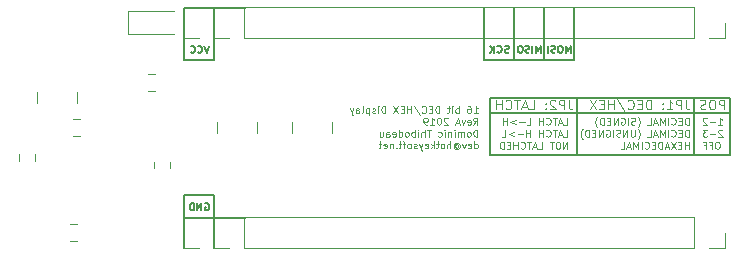
<source format=gbr>
G04 #@! TF.GenerationSoftware,KiCad,Pcbnew,(5.0.0)*
G04 #@! TF.CreationDate,2019-08-21T13:25:49-04:00*
G04 #@! TF.ProjectId,7segment,377365676D656E742E6B696361645F70,B*
G04 #@! TF.SameCoordinates,Original*
G04 #@! TF.FileFunction,Legend,Bot*
G04 #@! TF.FilePolarity,Positive*
%FSLAX46Y46*%
G04 Gerber Fmt 4.6, Leading zero omitted, Abs format (unit mm)*
G04 Created by KiCad (PCBNEW (5.0.0)) date 08/21/19 13:25:49*
%MOMM*%
%LPD*%
G01*
G04 APERTURE LIST*
%ADD10C,0.200000*%
%ADD11C,0.120000*%
%ADD12C,0.100000*%
%ADD13C,0.140000*%
G04 APERTURE END LIST*
D10*
X81153000Y-44450000D02*
X81153000Y-49276000D01*
X88519000Y-44450000D02*
X88519000Y-49276000D01*
X101473000Y-44450000D02*
X81153000Y-44450000D01*
X81153000Y-49276000D02*
X101473000Y-49276000D01*
X81153000Y-45720000D02*
X101473000Y-45720000D01*
X101473000Y-49276000D02*
X101473000Y-44450000D01*
X98425000Y-44450000D02*
X98425000Y-49276000D01*
D11*
X87389428Y-46749428D02*
X87675142Y-46749428D01*
X87675142Y-46149428D01*
X87218000Y-46578000D02*
X86932285Y-46578000D01*
X87275142Y-46749428D02*
X87075142Y-46149428D01*
X86875142Y-46749428D01*
X86760857Y-46149428D02*
X86418000Y-46149428D01*
X86589428Y-46749428D02*
X86589428Y-46149428D01*
X85875142Y-46692285D02*
X85903714Y-46720857D01*
X85989428Y-46749428D01*
X86046571Y-46749428D01*
X86132285Y-46720857D01*
X86189428Y-46663714D01*
X86218000Y-46606571D01*
X86246571Y-46492285D01*
X86246571Y-46406571D01*
X86218000Y-46292285D01*
X86189428Y-46235142D01*
X86132285Y-46178000D01*
X86046571Y-46149428D01*
X85989428Y-46149428D01*
X85903714Y-46178000D01*
X85875142Y-46206571D01*
X85618000Y-46749428D02*
X85618000Y-46149428D01*
X85618000Y-46435142D02*
X85275142Y-46435142D01*
X85275142Y-46749428D02*
X85275142Y-46149428D01*
X84246571Y-46749428D02*
X84532285Y-46749428D01*
X84532285Y-46149428D01*
X84046571Y-46520857D02*
X83589428Y-46520857D01*
X83303714Y-46349428D02*
X82846571Y-46520857D01*
X83303714Y-46692285D01*
X82560857Y-46749428D02*
X82560857Y-46149428D01*
X82560857Y-46435142D02*
X82218000Y-46435142D01*
X82218000Y-46749428D02*
X82218000Y-46149428D01*
X87389428Y-47769428D02*
X87675142Y-47769428D01*
X87675142Y-47169428D01*
X87218000Y-47598000D02*
X86932285Y-47598000D01*
X87275142Y-47769428D02*
X87075142Y-47169428D01*
X86875142Y-47769428D01*
X86760857Y-47169428D02*
X86418000Y-47169428D01*
X86589428Y-47769428D02*
X86589428Y-47169428D01*
X85875142Y-47712285D02*
X85903714Y-47740857D01*
X85989428Y-47769428D01*
X86046571Y-47769428D01*
X86132285Y-47740857D01*
X86189428Y-47683714D01*
X86218000Y-47626571D01*
X86246571Y-47512285D01*
X86246571Y-47426571D01*
X86218000Y-47312285D01*
X86189428Y-47255142D01*
X86132285Y-47198000D01*
X86046571Y-47169428D01*
X85989428Y-47169428D01*
X85903714Y-47198000D01*
X85875142Y-47226571D01*
X85618000Y-47769428D02*
X85618000Y-47169428D01*
X85618000Y-47455142D02*
X85275142Y-47455142D01*
X85275142Y-47769428D02*
X85275142Y-47169428D01*
X84532285Y-47769428D02*
X84532285Y-47169428D01*
X84532285Y-47455142D02*
X84189428Y-47455142D01*
X84189428Y-47769428D02*
X84189428Y-47169428D01*
X83903714Y-47540857D02*
X83446571Y-47540857D01*
X83160857Y-47369428D02*
X82703714Y-47540857D01*
X83160857Y-47712285D01*
X82132285Y-47769428D02*
X82418000Y-47769428D01*
X82418000Y-47169428D01*
X87675142Y-48789428D02*
X87675142Y-48189428D01*
X87332285Y-48789428D01*
X87332285Y-48189428D01*
X86932285Y-48189428D02*
X86818000Y-48189428D01*
X86760857Y-48218000D01*
X86703714Y-48275142D01*
X86675142Y-48389428D01*
X86675142Y-48589428D01*
X86703714Y-48703714D01*
X86760857Y-48760857D01*
X86818000Y-48789428D01*
X86932285Y-48789428D01*
X86989428Y-48760857D01*
X87046571Y-48703714D01*
X87075142Y-48589428D01*
X87075142Y-48389428D01*
X87046571Y-48275142D01*
X86989428Y-48218000D01*
X86932285Y-48189428D01*
X86503714Y-48189428D02*
X86160857Y-48189428D01*
X86332285Y-48789428D02*
X86332285Y-48189428D01*
X85218000Y-48789428D02*
X85503714Y-48789428D01*
X85503714Y-48189428D01*
X85046571Y-48618000D02*
X84760857Y-48618000D01*
X85103714Y-48789428D02*
X84903714Y-48189428D01*
X84703714Y-48789428D01*
X84589428Y-48189428D02*
X84246571Y-48189428D01*
X84418000Y-48789428D02*
X84418000Y-48189428D01*
X83703714Y-48732285D02*
X83732285Y-48760857D01*
X83818000Y-48789428D01*
X83875142Y-48789428D01*
X83960857Y-48760857D01*
X84018000Y-48703714D01*
X84046571Y-48646571D01*
X84075142Y-48532285D01*
X84075142Y-48446571D01*
X84046571Y-48332285D01*
X84018000Y-48275142D01*
X83960857Y-48218000D01*
X83875142Y-48189428D01*
X83818000Y-48189428D01*
X83732285Y-48218000D01*
X83703714Y-48246571D01*
X83446571Y-48789428D02*
X83446571Y-48189428D01*
X83446571Y-48475142D02*
X83103714Y-48475142D01*
X83103714Y-48789428D02*
X83103714Y-48189428D01*
X82818000Y-48475142D02*
X82618000Y-48475142D01*
X82532285Y-48789428D02*
X82818000Y-48789428D01*
X82818000Y-48189428D01*
X82532285Y-48189428D01*
X82275142Y-48789428D02*
X82275142Y-48189428D01*
X82132285Y-48189428D01*
X82046571Y-48218000D01*
X81989428Y-48275142D01*
X81960857Y-48332285D01*
X81932285Y-48446571D01*
X81932285Y-48532285D01*
X81960857Y-48646571D01*
X81989428Y-48703714D01*
X82046571Y-48760857D01*
X82132285Y-48789428D01*
X82275142Y-48789428D01*
X100452714Y-46749428D02*
X100795571Y-46749428D01*
X100624143Y-46749428D02*
X100624143Y-46149428D01*
X100681285Y-46235142D01*
X100738428Y-46292285D01*
X100795571Y-46320857D01*
X100195571Y-46520857D02*
X99738428Y-46520857D01*
X99481285Y-46206571D02*
X99452714Y-46178000D01*
X99395571Y-46149428D01*
X99252714Y-46149428D01*
X99195571Y-46178000D01*
X99167000Y-46206571D01*
X99138428Y-46263714D01*
X99138428Y-46320857D01*
X99167000Y-46406571D01*
X99509857Y-46749428D01*
X99138428Y-46749428D01*
X100795571Y-47226571D02*
X100767000Y-47198000D01*
X100709857Y-47169428D01*
X100567000Y-47169428D01*
X100509857Y-47198000D01*
X100481285Y-47226571D01*
X100452714Y-47283714D01*
X100452714Y-47340857D01*
X100481285Y-47426571D01*
X100824143Y-47769428D01*
X100452714Y-47769428D01*
X100195571Y-47540857D02*
X99738428Y-47540857D01*
X99509857Y-47169428D02*
X99138428Y-47169428D01*
X99338428Y-47398000D01*
X99252714Y-47398000D01*
X99195571Y-47426571D01*
X99167000Y-47455142D01*
X99138428Y-47512285D01*
X99138428Y-47655142D01*
X99167000Y-47712285D01*
X99195571Y-47740857D01*
X99252714Y-47769428D01*
X99424143Y-47769428D01*
X99481285Y-47740857D01*
X99509857Y-47712285D01*
X100424143Y-48189428D02*
X100309857Y-48189428D01*
X100252714Y-48218000D01*
X100195571Y-48275142D01*
X100167000Y-48389428D01*
X100167000Y-48589428D01*
X100195571Y-48703714D01*
X100252714Y-48760857D01*
X100309857Y-48789428D01*
X100424143Y-48789428D01*
X100481285Y-48760857D01*
X100538428Y-48703714D01*
X100567000Y-48589428D01*
X100567000Y-48389428D01*
X100538428Y-48275142D01*
X100481285Y-48218000D01*
X100424143Y-48189428D01*
X99709857Y-48475142D02*
X99909857Y-48475142D01*
X99909857Y-48789428D02*
X99909857Y-48189428D01*
X99624143Y-48189428D01*
X99195571Y-48475142D02*
X99395571Y-48475142D01*
X99395571Y-48789428D02*
X99395571Y-48189428D01*
X99109857Y-48189428D01*
D12*
X87773380Y-44646904D02*
X87773380Y-45218333D01*
X87811475Y-45332619D01*
X87887666Y-45408809D01*
X88001951Y-45446904D01*
X88078142Y-45446904D01*
X87392428Y-45446904D02*
X87392428Y-44646904D01*
X87087666Y-44646904D01*
X87011475Y-44685000D01*
X86973380Y-44723095D01*
X86935285Y-44799285D01*
X86935285Y-44913571D01*
X86973380Y-44989761D01*
X87011475Y-45027857D01*
X87087666Y-45065952D01*
X87392428Y-45065952D01*
X86630523Y-44723095D02*
X86592428Y-44685000D01*
X86516237Y-44646904D01*
X86325761Y-44646904D01*
X86249570Y-44685000D01*
X86211475Y-44723095D01*
X86173380Y-44799285D01*
X86173380Y-44875476D01*
X86211475Y-44989761D01*
X86668618Y-45446904D01*
X86173380Y-45446904D01*
X85830523Y-45370714D02*
X85792428Y-45408809D01*
X85830523Y-45446904D01*
X85868618Y-45408809D01*
X85830523Y-45370714D01*
X85830523Y-45446904D01*
X85830523Y-44951666D02*
X85792428Y-44989761D01*
X85830523Y-45027857D01*
X85868618Y-44989761D01*
X85830523Y-44951666D01*
X85830523Y-45027857D01*
X84459094Y-45446904D02*
X84840047Y-45446904D01*
X84840047Y-44646904D01*
X84230523Y-45218333D02*
X83849570Y-45218333D01*
X84306713Y-45446904D02*
X84040047Y-44646904D01*
X83773380Y-45446904D01*
X83620999Y-44646904D02*
X83163856Y-44646904D01*
X83392428Y-45446904D02*
X83392428Y-44646904D01*
X82440047Y-45370714D02*
X82478142Y-45408809D01*
X82592428Y-45446904D01*
X82668618Y-45446904D01*
X82782904Y-45408809D01*
X82859094Y-45332619D01*
X82897189Y-45256428D01*
X82935285Y-45104047D01*
X82935285Y-44989761D01*
X82897189Y-44837380D01*
X82859094Y-44761190D01*
X82782904Y-44685000D01*
X82668618Y-44646904D01*
X82592428Y-44646904D01*
X82478142Y-44685000D01*
X82440047Y-44723095D01*
X82097189Y-45446904D02*
X82097189Y-44646904D01*
X82097189Y-45027857D02*
X81640047Y-45027857D01*
X81640047Y-45446904D02*
X81640047Y-44646904D01*
D11*
X97950142Y-46749428D02*
X97950142Y-46149428D01*
X97807285Y-46149428D01*
X97721571Y-46178000D01*
X97664428Y-46235142D01*
X97635857Y-46292285D01*
X97607285Y-46406571D01*
X97607285Y-46492285D01*
X97635857Y-46606571D01*
X97664428Y-46663714D01*
X97721571Y-46720857D01*
X97807285Y-46749428D01*
X97950142Y-46749428D01*
X97350142Y-46435142D02*
X97150142Y-46435142D01*
X97064428Y-46749428D02*
X97350142Y-46749428D01*
X97350142Y-46149428D01*
X97064428Y-46149428D01*
X96464428Y-46692285D02*
X96493000Y-46720857D01*
X96578714Y-46749428D01*
X96635857Y-46749428D01*
X96721571Y-46720857D01*
X96778714Y-46663714D01*
X96807285Y-46606571D01*
X96835857Y-46492285D01*
X96835857Y-46406571D01*
X96807285Y-46292285D01*
X96778714Y-46235142D01*
X96721571Y-46178000D01*
X96635857Y-46149428D01*
X96578714Y-46149428D01*
X96493000Y-46178000D01*
X96464428Y-46206571D01*
X96207285Y-46749428D02*
X96207285Y-46149428D01*
X95921571Y-46749428D02*
X95921571Y-46149428D01*
X95721571Y-46578000D01*
X95521571Y-46149428D01*
X95521571Y-46749428D01*
X95264428Y-46578000D02*
X94978714Y-46578000D01*
X95321571Y-46749428D02*
X95121571Y-46149428D01*
X94921571Y-46749428D01*
X94435857Y-46749428D02*
X94721571Y-46749428D01*
X94721571Y-46149428D01*
X93607285Y-46978000D02*
X93635857Y-46949428D01*
X93693000Y-46863714D01*
X93721571Y-46806571D01*
X93750142Y-46720857D01*
X93778714Y-46578000D01*
X93778714Y-46463714D01*
X93750142Y-46320857D01*
X93721571Y-46235142D01*
X93693000Y-46178000D01*
X93635857Y-46092285D01*
X93607285Y-46063714D01*
X93407285Y-46720857D02*
X93321571Y-46749428D01*
X93178714Y-46749428D01*
X93121571Y-46720857D01*
X93093000Y-46692285D01*
X93064428Y-46635142D01*
X93064428Y-46578000D01*
X93093000Y-46520857D01*
X93121571Y-46492285D01*
X93178714Y-46463714D01*
X93293000Y-46435142D01*
X93350142Y-46406571D01*
X93378714Y-46378000D01*
X93407285Y-46320857D01*
X93407285Y-46263714D01*
X93378714Y-46206571D01*
X93350142Y-46178000D01*
X93293000Y-46149428D01*
X93150142Y-46149428D01*
X93064428Y-46178000D01*
X92807285Y-46749428D02*
X92807285Y-46149428D01*
X92207285Y-46178000D02*
X92264428Y-46149428D01*
X92350142Y-46149428D01*
X92435857Y-46178000D01*
X92493000Y-46235142D01*
X92521571Y-46292285D01*
X92550142Y-46406571D01*
X92550142Y-46492285D01*
X92521571Y-46606571D01*
X92493000Y-46663714D01*
X92435857Y-46720857D01*
X92350142Y-46749428D01*
X92293000Y-46749428D01*
X92207285Y-46720857D01*
X92178714Y-46692285D01*
X92178714Y-46492285D01*
X92293000Y-46492285D01*
X91921571Y-46749428D02*
X91921571Y-46149428D01*
X91578714Y-46749428D01*
X91578714Y-46149428D01*
X91293000Y-46435142D02*
X91093000Y-46435142D01*
X91007285Y-46749428D02*
X91293000Y-46749428D01*
X91293000Y-46149428D01*
X91007285Y-46149428D01*
X90750142Y-46749428D02*
X90750142Y-46149428D01*
X90607285Y-46149428D01*
X90521571Y-46178000D01*
X90464428Y-46235142D01*
X90435857Y-46292285D01*
X90407285Y-46406571D01*
X90407285Y-46492285D01*
X90435857Y-46606571D01*
X90464428Y-46663714D01*
X90521571Y-46720857D01*
X90607285Y-46749428D01*
X90750142Y-46749428D01*
X90207285Y-46978000D02*
X90178714Y-46949428D01*
X90121571Y-46863714D01*
X90093000Y-46806571D01*
X90064428Y-46720857D01*
X90035857Y-46578000D01*
X90035857Y-46463714D01*
X90064428Y-46320857D01*
X90093000Y-46235142D01*
X90121571Y-46178000D01*
X90178714Y-46092285D01*
X90207285Y-46063714D01*
X97950142Y-47769428D02*
X97950142Y-47169428D01*
X97807285Y-47169428D01*
X97721571Y-47198000D01*
X97664428Y-47255142D01*
X97635857Y-47312285D01*
X97607285Y-47426571D01*
X97607285Y-47512285D01*
X97635857Y-47626571D01*
X97664428Y-47683714D01*
X97721571Y-47740857D01*
X97807285Y-47769428D01*
X97950142Y-47769428D01*
X97350142Y-47455142D02*
X97150142Y-47455142D01*
X97064428Y-47769428D02*
X97350142Y-47769428D01*
X97350142Y-47169428D01*
X97064428Y-47169428D01*
X96464428Y-47712285D02*
X96493000Y-47740857D01*
X96578714Y-47769428D01*
X96635857Y-47769428D01*
X96721571Y-47740857D01*
X96778714Y-47683714D01*
X96807285Y-47626571D01*
X96835857Y-47512285D01*
X96835857Y-47426571D01*
X96807285Y-47312285D01*
X96778714Y-47255142D01*
X96721571Y-47198000D01*
X96635857Y-47169428D01*
X96578714Y-47169428D01*
X96493000Y-47198000D01*
X96464428Y-47226571D01*
X96207285Y-47769428D02*
X96207285Y-47169428D01*
X95921571Y-47769428D02*
X95921571Y-47169428D01*
X95721571Y-47598000D01*
X95521571Y-47169428D01*
X95521571Y-47769428D01*
X95264428Y-47598000D02*
X94978714Y-47598000D01*
X95321571Y-47769428D02*
X95121571Y-47169428D01*
X94921571Y-47769428D01*
X94435857Y-47769428D02*
X94721571Y-47769428D01*
X94721571Y-47169428D01*
X93607285Y-47998000D02*
X93635857Y-47969428D01*
X93693000Y-47883714D01*
X93721571Y-47826571D01*
X93750142Y-47740857D01*
X93778714Y-47598000D01*
X93778714Y-47483714D01*
X93750142Y-47340857D01*
X93721571Y-47255142D01*
X93693000Y-47198000D01*
X93635857Y-47112285D01*
X93607285Y-47083714D01*
X93378714Y-47169428D02*
X93378714Y-47655142D01*
X93350142Y-47712285D01*
X93321571Y-47740857D01*
X93264428Y-47769428D01*
X93150142Y-47769428D01*
X93093000Y-47740857D01*
X93064428Y-47712285D01*
X93035857Y-47655142D01*
X93035857Y-47169428D01*
X92750142Y-47769428D02*
X92750142Y-47169428D01*
X92407285Y-47769428D01*
X92407285Y-47169428D01*
X92150142Y-47740857D02*
X92064428Y-47769428D01*
X91921571Y-47769428D01*
X91864428Y-47740857D01*
X91835857Y-47712285D01*
X91807285Y-47655142D01*
X91807285Y-47598000D01*
X91835857Y-47540857D01*
X91864428Y-47512285D01*
X91921571Y-47483714D01*
X92035857Y-47455142D01*
X92093000Y-47426571D01*
X92121571Y-47398000D01*
X92150142Y-47340857D01*
X92150142Y-47283714D01*
X92121571Y-47226571D01*
X92093000Y-47198000D01*
X92035857Y-47169428D01*
X91893000Y-47169428D01*
X91807285Y-47198000D01*
X91550142Y-47769428D02*
X91550142Y-47169428D01*
X90950142Y-47198000D02*
X91007285Y-47169428D01*
X91093000Y-47169428D01*
X91178714Y-47198000D01*
X91235857Y-47255142D01*
X91264428Y-47312285D01*
X91293000Y-47426571D01*
X91293000Y-47512285D01*
X91264428Y-47626571D01*
X91235857Y-47683714D01*
X91178714Y-47740857D01*
X91093000Y-47769428D01*
X91035857Y-47769428D01*
X90950142Y-47740857D01*
X90921571Y-47712285D01*
X90921571Y-47512285D01*
X91035857Y-47512285D01*
X90664428Y-47769428D02*
X90664428Y-47169428D01*
X90321571Y-47769428D01*
X90321571Y-47169428D01*
X90035857Y-47455142D02*
X89835857Y-47455142D01*
X89750142Y-47769428D02*
X90035857Y-47769428D01*
X90035857Y-47169428D01*
X89750142Y-47169428D01*
X89493000Y-47769428D02*
X89493000Y-47169428D01*
X89350142Y-47169428D01*
X89264428Y-47198000D01*
X89207285Y-47255142D01*
X89178714Y-47312285D01*
X89150142Y-47426571D01*
X89150142Y-47512285D01*
X89178714Y-47626571D01*
X89207285Y-47683714D01*
X89264428Y-47740857D01*
X89350142Y-47769428D01*
X89493000Y-47769428D01*
X88950142Y-47998000D02*
X88921571Y-47969428D01*
X88864428Y-47883714D01*
X88835857Y-47826571D01*
X88807285Y-47740857D01*
X88778714Y-47598000D01*
X88778714Y-47483714D01*
X88807285Y-47340857D01*
X88835857Y-47255142D01*
X88864428Y-47198000D01*
X88921571Y-47112285D01*
X88950142Y-47083714D01*
X97950142Y-48789428D02*
X97950142Y-48189428D01*
X97950142Y-48475142D02*
X97607285Y-48475142D01*
X97607285Y-48789428D02*
X97607285Y-48189428D01*
X97321571Y-48475142D02*
X97121571Y-48475142D01*
X97035857Y-48789428D02*
X97321571Y-48789428D01*
X97321571Y-48189428D01*
X97035857Y-48189428D01*
X96835857Y-48189428D02*
X96435857Y-48789428D01*
X96435857Y-48189428D02*
X96835857Y-48789428D01*
X96235857Y-48618000D02*
X95950142Y-48618000D01*
X96293000Y-48789428D02*
X96093000Y-48189428D01*
X95893000Y-48789428D01*
X95693000Y-48789428D02*
X95693000Y-48189428D01*
X95550142Y-48189428D01*
X95464428Y-48218000D01*
X95407285Y-48275142D01*
X95378714Y-48332285D01*
X95350142Y-48446571D01*
X95350142Y-48532285D01*
X95378714Y-48646571D01*
X95407285Y-48703714D01*
X95464428Y-48760857D01*
X95550142Y-48789428D01*
X95693000Y-48789428D01*
X95093000Y-48475142D02*
X94893000Y-48475142D01*
X94807285Y-48789428D02*
X95093000Y-48789428D01*
X95093000Y-48189428D01*
X94807285Y-48189428D01*
X94207285Y-48732285D02*
X94235857Y-48760857D01*
X94321571Y-48789428D01*
X94378714Y-48789428D01*
X94464428Y-48760857D01*
X94521571Y-48703714D01*
X94550142Y-48646571D01*
X94578714Y-48532285D01*
X94578714Y-48446571D01*
X94550142Y-48332285D01*
X94521571Y-48275142D01*
X94464428Y-48218000D01*
X94378714Y-48189428D01*
X94321571Y-48189428D01*
X94235857Y-48218000D01*
X94207285Y-48246571D01*
X93950142Y-48789428D02*
X93950142Y-48189428D01*
X93664428Y-48789428D02*
X93664428Y-48189428D01*
X93464428Y-48618000D01*
X93264428Y-48189428D01*
X93264428Y-48789428D01*
X93007285Y-48618000D02*
X92721571Y-48618000D01*
X93064428Y-48789428D02*
X92864428Y-48189428D01*
X92664428Y-48789428D01*
X92178714Y-48789428D02*
X92464428Y-48789428D01*
X92464428Y-48189428D01*
D12*
X100958523Y-45446904D02*
X100958523Y-44646904D01*
X100653761Y-44646904D01*
X100577571Y-44685000D01*
X100539476Y-44723095D01*
X100501380Y-44799285D01*
X100501380Y-44913571D01*
X100539476Y-44989761D01*
X100577571Y-45027857D01*
X100653761Y-45065952D01*
X100958523Y-45065952D01*
X100006142Y-44646904D02*
X99853761Y-44646904D01*
X99777571Y-44685000D01*
X99701380Y-44761190D01*
X99663285Y-44913571D01*
X99663285Y-45180238D01*
X99701380Y-45332619D01*
X99777571Y-45408809D01*
X99853761Y-45446904D01*
X100006142Y-45446904D01*
X100082333Y-45408809D01*
X100158523Y-45332619D01*
X100196619Y-45180238D01*
X100196619Y-44913571D01*
X100158523Y-44761190D01*
X100082333Y-44685000D01*
X100006142Y-44646904D01*
X99358523Y-45408809D02*
X99244238Y-45446904D01*
X99053761Y-45446904D01*
X98977571Y-45408809D01*
X98939476Y-45370714D01*
X98901380Y-45294523D01*
X98901380Y-45218333D01*
X98939476Y-45142142D01*
X98977571Y-45104047D01*
X99053761Y-45065952D01*
X99206142Y-45027857D01*
X99282333Y-44989761D01*
X99320428Y-44951666D01*
X99358523Y-44875476D01*
X99358523Y-44799285D01*
X99320428Y-44723095D01*
X99282333Y-44685000D01*
X99206142Y-44646904D01*
X99015666Y-44646904D01*
X98901380Y-44685000D01*
X97686952Y-44646904D02*
X97686952Y-45218333D01*
X97725047Y-45332619D01*
X97801238Y-45408809D01*
X97915523Y-45446904D01*
X97991714Y-45446904D01*
X97306000Y-45446904D02*
X97306000Y-44646904D01*
X97001238Y-44646904D01*
X96925047Y-44685000D01*
X96886952Y-44723095D01*
X96848857Y-44799285D01*
X96848857Y-44913571D01*
X96886952Y-44989761D01*
X96925047Y-45027857D01*
X97001238Y-45065952D01*
X97306000Y-45065952D01*
X96086952Y-45446904D02*
X96544095Y-45446904D01*
X96315523Y-45446904D02*
X96315523Y-44646904D01*
X96391714Y-44761190D01*
X96467904Y-44837380D01*
X96544095Y-44875476D01*
X95744095Y-45370714D02*
X95706000Y-45408809D01*
X95744095Y-45446904D01*
X95782190Y-45408809D01*
X95744095Y-45370714D01*
X95744095Y-45446904D01*
X95744095Y-44951666D02*
X95706000Y-44989761D01*
X95744095Y-45027857D01*
X95782190Y-44989761D01*
X95744095Y-44951666D01*
X95744095Y-45027857D01*
X94753619Y-45446904D02*
X94753619Y-44646904D01*
X94563142Y-44646904D01*
X94448857Y-44685000D01*
X94372666Y-44761190D01*
X94334571Y-44837380D01*
X94296476Y-44989761D01*
X94296476Y-45104047D01*
X94334571Y-45256428D01*
X94372666Y-45332619D01*
X94448857Y-45408809D01*
X94563142Y-45446904D01*
X94753619Y-45446904D01*
X93953619Y-45027857D02*
X93686952Y-45027857D01*
X93572666Y-45446904D02*
X93953619Y-45446904D01*
X93953619Y-44646904D01*
X93572666Y-44646904D01*
X92772666Y-45370714D02*
X92810761Y-45408809D01*
X92925047Y-45446904D01*
X93001238Y-45446904D01*
X93115523Y-45408809D01*
X93191714Y-45332619D01*
X93229809Y-45256428D01*
X93267904Y-45104047D01*
X93267904Y-44989761D01*
X93229809Y-44837380D01*
X93191714Y-44761190D01*
X93115523Y-44685000D01*
X93001238Y-44646904D01*
X92925047Y-44646904D01*
X92810761Y-44685000D01*
X92772666Y-44723095D01*
X91858380Y-44608809D02*
X92544095Y-45637380D01*
X91591714Y-45446904D02*
X91591714Y-44646904D01*
X91591714Y-45027857D02*
X91134571Y-45027857D01*
X91134571Y-45446904D02*
X91134571Y-44646904D01*
X90753619Y-45027857D02*
X90486952Y-45027857D01*
X90372666Y-45446904D02*
X90753619Y-45446904D01*
X90753619Y-44646904D01*
X90372666Y-44646904D01*
X90106000Y-44646904D02*
X89572666Y-45446904D01*
X89572666Y-44646904D02*
X90106000Y-45446904D01*
X79741857Y-45761428D02*
X80084714Y-45761428D01*
X79913285Y-45761428D02*
X79913285Y-45161428D01*
X79970428Y-45247142D01*
X80027571Y-45304285D01*
X80084714Y-45332857D01*
X79227571Y-45161428D02*
X79341857Y-45161428D01*
X79399000Y-45190000D01*
X79427571Y-45218571D01*
X79484714Y-45304285D01*
X79513285Y-45418571D01*
X79513285Y-45647142D01*
X79484714Y-45704285D01*
X79456142Y-45732857D01*
X79399000Y-45761428D01*
X79284714Y-45761428D01*
X79227571Y-45732857D01*
X79199000Y-45704285D01*
X79170428Y-45647142D01*
X79170428Y-45504285D01*
X79199000Y-45447142D01*
X79227571Y-45418571D01*
X79284714Y-45390000D01*
X79399000Y-45390000D01*
X79456142Y-45418571D01*
X79484714Y-45447142D01*
X79513285Y-45504285D01*
X78456142Y-45761428D02*
X78456142Y-45161428D01*
X78456142Y-45390000D02*
X78399000Y-45361428D01*
X78284714Y-45361428D01*
X78227571Y-45390000D01*
X78199000Y-45418571D01*
X78170428Y-45475714D01*
X78170428Y-45647142D01*
X78199000Y-45704285D01*
X78227571Y-45732857D01*
X78284714Y-45761428D01*
X78399000Y-45761428D01*
X78456142Y-45732857D01*
X77913285Y-45761428D02*
X77913285Y-45361428D01*
X77913285Y-45161428D02*
X77941857Y-45190000D01*
X77913285Y-45218571D01*
X77884714Y-45190000D01*
X77913285Y-45161428D01*
X77913285Y-45218571D01*
X77713285Y-45361428D02*
X77484714Y-45361428D01*
X77627571Y-45161428D02*
X77627571Y-45675714D01*
X77599000Y-45732857D01*
X77541857Y-45761428D01*
X77484714Y-45761428D01*
X76827571Y-45761428D02*
X76827571Y-45161428D01*
X76684714Y-45161428D01*
X76599000Y-45190000D01*
X76541857Y-45247142D01*
X76513285Y-45304285D01*
X76484714Y-45418571D01*
X76484714Y-45504285D01*
X76513285Y-45618571D01*
X76541857Y-45675714D01*
X76599000Y-45732857D01*
X76684714Y-45761428D01*
X76827571Y-45761428D01*
X76227571Y-45447142D02*
X76027571Y-45447142D01*
X75941857Y-45761428D02*
X76227571Y-45761428D01*
X76227571Y-45161428D01*
X75941857Y-45161428D01*
X75341857Y-45704285D02*
X75370428Y-45732857D01*
X75456142Y-45761428D01*
X75513285Y-45761428D01*
X75599000Y-45732857D01*
X75656142Y-45675714D01*
X75684714Y-45618571D01*
X75713285Y-45504285D01*
X75713285Y-45418571D01*
X75684714Y-45304285D01*
X75656142Y-45247142D01*
X75599000Y-45190000D01*
X75513285Y-45161428D01*
X75456142Y-45161428D01*
X75370428Y-45190000D01*
X75341857Y-45218571D01*
X74656142Y-45132857D02*
X75170428Y-45904285D01*
X74456142Y-45761428D02*
X74456142Y-45161428D01*
X74456142Y-45447142D02*
X74113285Y-45447142D01*
X74113285Y-45761428D02*
X74113285Y-45161428D01*
X73827571Y-45447142D02*
X73627571Y-45447142D01*
X73541857Y-45761428D02*
X73827571Y-45761428D01*
X73827571Y-45161428D01*
X73541857Y-45161428D01*
X73341857Y-45161428D02*
X72941857Y-45761428D01*
X72941857Y-45161428D02*
X73341857Y-45761428D01*
X72256142Y-45761428D02*
X72256142Y-45161428D01*
X72113285Y-45161428D01*
X72027571Y-45190000D01*
X71970428Y-45247142D01*
X71941857Y-45304285D01*
X71913285Y-45418571D01*
X71913285Y-45504285D01*
X71941857Y-45618571D01*
X71970428Y-45675714D01*
X72027571Y-45732857D01*
X72113285Y-45761428D01*
X72256142Y-45761428D01*
X71656142Y-45761428D02*
X71656142Y-45361428D01*
X71656142Y-45161428D02*
X71684714Y-45190000D01*
X71656142Y-45218571D01*
X71627571Y-45190000D01*
X71656142Y-45161428D01*
X71656142Y-45218571D01*
X71399000Y-45732857D02*
X71341857Y-45761428D01*
X71227571Y-45761428D01*
X71170428Y-45732857D01*
X71141857Y-45675714D01*
X71141857Y-45647142D01*
X71170428Y-45590000D01*
X71227571Y-45561428D01*
X71313285Y-45561428D01*
X71370428Y-45532857D01*
X71399000Y-45475714D01*
X71399000Y-45447142D01*
X71370428Y-45390000D01*
X71313285Y-45361428D01*
X71227571Y-45361428D01*
X71170428Y-45390000D01*
X70884714Y-45361428D02*
X70884714Y-45961428D01*
X70884714Y-45390000D02*
X70827571Y-45361428D01*
X70713285Y-45361428D01*
X70656142Y-45390000D01*
X70627571Y-45418571D01*
X70599000Y-45475714D01*
X70599000Y-45647142D01*
X70627571Y-45704285D01*
X70656142Y-45732857D01*
X70713285Y-45761428D01*
X70827571Y-45761428D01*
X70884714Y-45732857D01*
X70256142Y-45761428D02*
X70313285Y-45732857D01*
X70341857Y-45675714D01*
X70341857Y-45161428D01*
X69770428Y-45761428D02*
X69770428Y-45447142D01*
X69799000Y-45390000D01*
X69856142Y-45361428D01*
X69970428Y-45361428D01*
X70027571Y-45390000D01*
X69770428Y-45732857D02*
X69827571Y-45761428D01*
X69970428Y-45761428D01*
X70027571Y-45732857D01*
X70056142Y-45675714D01*
X70056142Y-45618571D01*
X70027571Y-45561428D01*
X69970428Y-45532857D01*
X69827571Y-45532857D01*
X69770428Y-45504285D01*
X69541857Y-45361428D02*
X69399000Y-45761428D01*
X69256142Y-45361428D02*
X69399000Y-45761428D01*
X69456142Y-45904285D01*
X69484714Y-45932857D01*
X69541857Y-45961428D01*
X79713285Y-46761428D02*
X79913285Y-46475714D01*
X80056142Y-46761428D02*
X80056142Y-46161428D01*
X79827571Y-46161428D01*
X79770428Y-46190000D01*
X79741857Y-46218571D01*
X79713285Y-46275714D01*
X79713285Y-46361428D01*
X79741857Y-46418571D01*
X79770428Y-46447142D01*
X79827571Y-46475714D01*
X80056142Y-46475714D01*
X79227571Y-46732857D02*
X79284714Y-46761428D01*
X79399000Y-46761428D01*
X79456142Y-46732857D01*
X79484714Y-46675714D01*
X79484714Y-46447142D01*
X79456142Y-46390000D01*
X79399000Y-46361428D01*
X79284714Y-46361428D01*
X79227571Y-46390000D01*
X79199000Y-46447142D01*
X79199000Y-46504285D01*
X79484714Y-46561428D01*
X78999000Y-46361428D02*
X78856142Y-46761428D01*
X78713285Y-46361428D01*
X78513285Y-46590000D02*
X78227571Y-46590000D01*
X78570428Y-46761428D02*
X78370428Y-46161428D01*
X78170428Y-46761428D01*
X77541857Y-46218571D02*
X77513285Y-46190000D01*
X77456142Y-46161428D01*
X77313285Y-46161428D01*
X77256142Y-46190000D01*
X77227571Y-46218571D01*
X77199000Y-46275714D01*
X77199000Y-46332857D01*
X77227571Y-46418571D01*
X77570428Y-46761428D01*
X77199000Y-46761428D01*
X76827571Y-46161428D02*
X76770428Y-46161428D01*
X76713285Y-46190000D01*
X76684714Y-46218571D01*
X76656142Y-46275714D01*
X76627571Y-46390000D01*
X76627571Y-46532857D01*
X76656142Y-46647142D01*
X76684714Y-46704285D01*
X76713285Y-46732857D01*
X76770428Y-46761428D01*
X76827571Y-46761428D01*
X76884714Y-46732857D01*
X76913285Y-46704285D01*
X76941857Y-46647142D01*
X76970428Y-46532857D01*
X76970428Y-46390000D01*
X76941857Y-46275714D01*
X76913285Y-46218571D01*
X76884714Y-46190000D01*
X76827571Y-46161428D01*
X76056142Y-46761428D02*
X76399000Y-46761428D01*
X76227571Y-46761428D02*
X76227571Y-46161428D01*
X76284714Y-46247142D01*
X76341857Y-46304285D01*
X76399000Y-46332857D01*
X75770428Y-46761428D02*
X75656142Y-46761428D01*
X75599000Y-46732857D01*
X75570428Y-46704285D01*
X75513285Y-46618571D01*
X75484714Y-46504285D01*
X75484714Y-46275714D01*
X75513285Y-46218571D01*
X75541857Y-46190000D01*
X75599000Y-46161428D01*
X75713285Y-46161428D01*
X75770428Y-46190000D01*
X75799000Y-46218571D01*
X75827571Y-46275714D01*
X75827571Y-46418571D01*
X75799000Y-46475714D01*
X75770428Y-46504285D01*
X75713285Y-46532857D01*
X75599000Y-46532857D01*
X75541857Y-46504285D01*
X75513285Y-46475714D01*
X75484714Y-46418571D01*
X80056142Y-47761428D02*
X80056142Y-47161428D01*
X79913285Y-47161428D01*
X79827571Y-47190000D01*
X79770428Y-47247142D01*
X79741857Y-47304285D01*
X79713285Y-47418571D01*
X79713285Y-47504285D01*
X79741857Y-47618571D01*
X79770428Y-47675714D01*
X79827571Y-47732857D01*
X79913285Y-47761428D01*
X80056142Y-47761428D01*
X79370428Y-47761428D02*
X79427571Y-47732857D01*
X79456142Y-47704285D01*
X79484714Y-47647142D01*
X79484714Y-47475714D01*
X79456142Y-47418571D01*
X79427571Y-47390000D01*
X79370428Y-47361428D01*
X79284714Y-47361428D01*
X79227571Y-47390000D01*
X79199000Y-47418571D01*
X79170428Y-47475714D01*
X79170428Y-47647142D01*
X79199000Y-47704285D01*
X79227571Y-47732857D01*
X79284714Y-47761428D01*
X79370428Y-47761428D01*
X78913285Y-47761428D02*
X78913285Y-47361428D01*
X78913285Y-47418571D02*
X78884714Y-47390000D01*
X78827571Y-47361428D01*
X78741857Y-47361428D01*
X78684714Y-47390000D01*
X78656142Y-47447142D01*
X78656142Y-47761428D01*
X78656142Y-47447142D02*
X78627571Y-47390000D01*
X78570428Y-47361428D01*
X78484714Y-47361428D01*
X78427571Y-47390000D01*
X78399000Y-47447142D01*
X78399000Y-47761428D01*
X78113285Y-47761428D02*
X78113285Y-47361428D01*
X78113285Y-47161428D02*
X78141857Y-47190000D01*
X78113285Y-47218571D01*
X78084714Y-47190000D01*
X78113285Y-47161428D01*
X78113285Y-47218571D01*
X77827571Y-47361428D02*
X77827571Y-47761428D01*
X77827571Y-47418571D02*
X77799000Y-47390000D01*
X77741857Y-47361428D01*
X77656142Y-47361428D01*
X77599000Y-47390000D01*
X77570428Y-47447142D01*
X77570428Y-47761428D01*
X77284714Y-47761428D02*
X77284714Y-47361428D01*
X77284714Y-47161428D02*
X77313285Y-47190000D01*
X77284714Y-47218571D01*
X77256142Y-47190000D01*
X77284714Y-47161428D01*
X77284714Y-47218571D01*
X76741857Y-47732857D02*
X76799000Y-47761428D01*
X76913285Y-47761428D01*
X76970428Y-47732857D01*
X76999000Y-47704285D01*
X77027571Y-47647142D01*
X77027571Y-47475714D01*
X76999000Y-47418571D01*
X76970428Y-47390000D01*
X76913285Y-47361428D01*
X76799000Y-47361428D01*
X76741857Y-47390000D01*
X76113285Y-47161428D02*
X75770428Y-47161428D01*
X75941857Y-47761428D02*
X75941857Y-47161428D01*
X75570428Y-47761428D02*
X75570428Y-47161428D01*
X75313285Y-47761428D02*
X75313285Y-47447142D01*
X75341857Y-47390000D01*
X75399000Y-47361428D01*
X75484714Y-47361428D01*
X75541857Y-47390000D01*
X75570428Y-47418571D01*
X75027571Y-47761428D02*
X75027571Y-47361428D01*
X75027571Y-47161428D02*
X75056142Y-47190000D01*
X75027571Y-47218571D01*
X74999000Y-47190000D01*
X75027571Y-47161428D01*
X75027571Y-47218571D01*
X74741857Y-47761428D02*
X74741857Y-47161428D01*
X74741857Y-47390000D02*
X74684714Y-47361428D01*
X74570428Y-47361428D01*
X74513285Y-47390000D01*
X74484714Y-47418571D01*
X74456142Y-47475714D01*
X74456142Y-47647142D01*
X74484714Y-47704285D01*
X74513285Y-47732857D01*
X74570428Y-47761428D01*
X74684714Y-47761428D01*
X74741857Y-47732857D01*
X74113285Y-47761428D02*
X74170428Y-47732857D01*
X74199000Y-47704285D01*
X74227571Y-47647142D01*
X74227571Y-47475714D01*
X74199000Y-47418571D01*
X74170428Y-47390000D01*
X74113285Y-47361428D01*
X74027571Y-47361428D01*
X73970428Y-47390000D01*
X73941857Y-47418571D01*
X73913285Y-47475714D01*
X73913285Y-47647142D01*
X73941857Y-47704285D01*
X73970428Y-47732857D01*
X74027571Y-47761428D01*
X74113285Y-47761428D01*
X73399000Y-47761428D02*
X73399000Y-47161428D01*
X73399000Y-47732857D02*
X73456142Y-47761428D01*
X73570428Y-47761428D01*
X73627571Y-47732857D01*
X73656142Y-47704285D01*
X73684714Y-47647142D01*
X73684714Y-47475714D01*
X73656142Y-47418571D01*
X73627571Y-47390000D01*
X73570428Y-47361428D01*
X73456142Y-47361428D01*
X73399000Y-47390000D01*
X72884714Y-47732857D02*
X72941857Y-47761428D01*
X73056142Y-47761428D01*
X73113285Y-47732857D01*
X73141857Y-47675714D01*
X73141857Y-47447142D01*
X73113285Y-47390000D01*
X73056142Y-47361428D01*
X72941857Y-47361428D01*
X72884714Y-47390000D01*
X72856142Y-47447142D01*
X72856142Y-47504285D01*
X73141857Y-47561428D01*
X72341857Y-47761428D02*
X72341857Y-47447142D01*
X72370428Y-47390000D01*
X72427571Y-47361428D01*
X72541857Y-47361428D01*
X72599000Y-47390000D01*
X72341857Y-47732857D02*
X72399000Y-47761428D01*
X72541857Y-47761428D01*
X72599000Y-47732857D01*
X72627571Y-47675714D01*
X72627571Y-47618571D01*
X72599000Y-47561428D01*
X72541857Y-47532857D01*
X72399000Y-47532857D01*
X72341857Y-47504285D01*
X71799000Y-47361428D02*
X71799000Y-47761428D01*
X72056142Y-47361428D02*
X72056142Y-47675714D01*
X72027571Y-47732857D01*
X71970428Y-47761428D01*
X71884714Y-47761428D01*
X71827571Y-47732857D01*
X71799000Y-47704285D01*
X79799000Y-48761428D02*
X79799000Y-48161428D01*
X79799000Y-48732857D02*
X79856142Y-48761428D01*
X79970428Y-48761428D01*
X80027571Y-48732857D01*
X80056142Y-48704285D01*
X80084714Y-48647142D01*
X80084714Y-48475714D01*
X80056142Y-48418571D01*
X80027571Y-48390000D01*
X79970428Y-48361428D01*
X79856142Y-48361428D01*
X79799000Y-48390000D01*
X79284714Y-48732857D02*
X79341857Y-48761428D01*
X79456142Y-48761428D01*
X79513285Y-48732857D01*
X79541857Y-48675714D01*
X79541857Y-48447142D01*
X79513285Y-48390000D01*
X79456142Y-48361428D01*
X79341857Y-48361428D01*
X79284714Y-48390000D01*
X79256142Y-48447142D01*
X79256142Y-48504285D01*
X79541857Y-48561428D01*
X79056142Y-48361428D02*
X78913285Y-48761428D01*
X78770428Y-48361428D01*
X78170428Y-48475714D02*
X78199000Y-48447142D01*
X78256142Y-48418571D01*
X78313285Y-48418571D01*
X78370428Y-48447142D01*
X78399000Y-48475714D01*
X78427571Y-48532857D01*
X78427571Y-48590000D01*
X78399000Y-48647142D01*
X78370428Y-48675714D01*
X78313285Y-48704285D01*
X78256142Y-48704285D01*
X78199000Y-48675714D01*
X78170428Y-48647142D01*
X78170428Y-48418571D02*
X78170428Y-48647142D01*
X78141857Y-48675714D01*
X78113285Y-48675714D01*
X78056142Y-48647142D01*
X78027571Y-48590000D01*
X78027571Y-48447142D01*
X78084714Y-48361428D01*
X78170428Y-48304285D01*
X78284714Y-48275714D01*
X78399000Y-48304285D01*
X78484714Y-48361428D01*
X78541857Y-48447142D01*
X78570428Y-48561428D01*
X78541857Y-48675714D01*
X78484714Y-48761428D01*
X78399000Y-48818571D01*
X78284714Y-48847142D01*
X78170428Y-48818571D01*
X78084714Y-48761428D01*
X77770428Y-48761428D02*
X77770428Y-48161428D01*
X77513285Y-48761428D02*
X77513285Y-48447142D01*
X77541857Y-48390000D01*
X77599000Y-48361428D01*
X77684714Y-48361428D01*
X77741857Y-48390000D01*
X77770428Y-48418571D01*
X77141857Y-48761428D02*
X77199000Y-48732857D01*
X77227571Y-48704285D01*
X77256142Y-48647142D01*
X77256142Y-48475714D01*
X77227571Y-48418571D01*
X77199000Y-48390000D01*
X77141857Y-48361428D01*
X77056142Y-48361428D01*
X76999000Y-48390000D01*
X76970428Y-48418571D01*
X76941857Y-48475714D01*
X76941857Y-48647142D01*
X76970428Y-48704285D01*
X76999000Y-48732857D01*
X77056142Y-48761428D01*
X77141857Y-48761428D01*
X76770428Y-48361428D02*
X76541857Y-48361428D01*
X76684714Y-48161428D02*
X76684714Y-48675714D01*
X76656142Y-48732857D01*
X76599000Y-48761428D01*
X76541857Y-48761428D01*
X76341857Y-48761428D02*
X76341857Y-48161428D01*
X76284714Y-48532857D02*
X76113285Y-48761428D01*
X76113285Y-48361428D02*
X76341857Y-48590000D01*
X75627571Y-48732857D02*
X75684714Y-48761428D01*
X75799000Y-48761428D01*
X75856142Y-48732857D01*
X75884714Y-48675714D01*
X75884714Y-48447142D01*
X75856142Y-48390000D01*
X75799000Y-48361428D01*
X75684714Y-48361428D01*
X75627571Y-48390000D01*
X75599000Y-48447142D01*
X75599000Y-48504285D01*
X75884714Y-48561428D01*
X75399000Y-48361428D02*
X75256142Y-48761428D01*
X75113285Y-48361428D02*
X75256142Y-48761428D01*
X75313285Y-48904285D01*
X75341857Y-48932857D01*
X75399000Y-48961428D01*
X74913285Y-48732857D02*
X74856142Y-48761428D01*
X74741857Y-48761428D01*
X74684714Y-48732857D01*
X74656142Y-48675714D01*
X74656142Y-48647142D01*
X74684714Y-48590000D01*
X74741857Y-48561428D01*
X74827571Y-48561428D01*
X74884714Y-48532857D01*
X74913285Y-48475714D01*
X74913285Y-48447142D01*
X74884714Y-48390000D01*
X74827571Y-48361428D01*
X74741857Y-48361428D01*
X74684714Y-48390000D01*
X74313285Y-48761428D02*
X74370428Y-48732857D01*
X74399000Y-48704285D01*
X74427571Y-48647142D01*
X74427571Y-48475714D01*
X74399000Y-48418571D01*
X74370428Y-48390000D01*
X74313285Y-48361428D01*
X74227571Y-48361428D01*
X74170428Y-48390000D01*
X74141857Y-48418571D01*
X74113285Y-48475714D01*
X74113285Y-48647142D01*
X74141857Y-48704285D01*
X74170428Y-48732857D01*
X74227571Y-48761428D01*
X74313285Y-48761428D01*
X73941857Y-48361428D02*
X73713285Y-48361428D01*
X73856142Y-48761428D02*
X73856142Y-48247142D01*
X73827571Y-48190000D01*
X73770428Y-48161428D01*
X73713285Y-48161428D01*
X73599000Y-48361428D02*
X73370428Y-48361428D01*
X73513285Y-48161428D02*
X73513285Y-48675714D01*
X73484714Y-48732857D01*
X73427571Y-48761428D01*
X73370428Y-48761428D01*
X73170428Y-48704285D02*
X73141857Y-48732857D01*
X73170428Y-48761428D01*
X73199000Y-48732857D01*
X73170428Y-48704285D01*
X73170428Y-48761428D01*
X72884714Y-48361428D02*
X72884714Y-48761428D01*
X72884714Y-48418571D02*
X72856142Y-48390000D01*
X72799000Y-48361428D01*
X72713285Y-48361428D01*
X72656142Y-48390000D01*
X72627571Y-48447142D01*
X72627571Y-48761428D01*
X72113285Y-48732857D02*
X72170428Y-48761428D01*
X72284714Y-48761428D01*
X72341857Y-48732857D01*
X72370428Y-48675714D01*
X72370428Y-48447142D01*
X72341857Y-48390000D01*
X72284714Y-48361428D01*
X72170428Y-48361428D01*
X72113285Y-48390000D01*
X72084714Y-48447142D01*
X72084714Y-48504285D01*
X72370428Y-48561428D01*
X71913285Y-48361428D02*
X71684714Y-48361428D01*
X71827571Y-48161428D02*
X71827571Y-48675714D01*
X71799000Y-48732857D01*
X71741857Y-48761428D01*
X71684714Y-48761428D01*
D10*
X57785000Y-52705000D02*
X57785000Y-57150000D01*
X55245000Y-52705000D02*
X57785000Y-52705000D01*
X55245000Y-57150000D02*
X55245000Y-52705000D01*
X57785000Y-41275000D02*
X57785000Y-36830000D01*
X55245000Y-41275000D02*
X57785000Y-41275000D01*
X55245000Y-36830000D02*
X55245000Y-41275000D01*
X83185000Y-41275000D02*
X83185000Y-36830000D01*
X85725000Y-41275000D02*
X85725000Y-36830000D01*
X88265000Y-41275000D02*
X88265000Y-36830000D01*
X80645000Y-41275000D02*
X88265000Y-41275000D01*
X80645000Y-36830000D02*
X80645000Y-41275000D01*
D13*
X56972142Y-53421000D02*
X57029285Y-53392428D01*
X57115000Y-53392428D01*
X57200714Y-53421000D01*
X57257857Y-53478142D01*
X57286428Y-53535285D01*
X57315000Y-53649571D01*
X57315000Y-53735285D01*
X57286428Y-53849571D01*
X57257857Y-53906714D01*
X57200714Y-53963857D01*
X57115000Y-53992428D01*
X57057857Y-53992428D01*
X56972142Y-53963857D01*
X56943571Y-53935285D01*
X56943571Y-53735285D01*
X57057857Y-53735285D01*
X56686428Y-53992428D02*
X56686428Y-53392428D01*
X56343571Y-53992428D01*
X56343571Y-53392428D01*
X56057857Y-53992428D02*
X56057857Y-53392428D01*
X55915000Y-53392428D01*
X55829285Y-53421000D01*
X55772142Y-53478142D01*
X55743571Y-53535285D01*
X55715000Y-53649571D01*
X55715000Y-53735285D01*
X55743571Y-53849571D01*
X55772142Y-53906714D01*
X55829285Y-53963857D01*
X55915000Y-53992428D01*
X56057857Y-53992428D01*
X87937857Y-40657428D02*
X87937857Y-40057428D01*
X87737857Y-40486000D01*
X87537857Y-40057428D01*
X87537857Y-40657428D01*
X87137857Y-40057428D02*
X87023571Y-40057428D01*
X86966428Y-40086000D01*
X86909285Y-40143142D01*
X86880714Y-40257428D01*
X86880714Y-40457428D01*
X86909285Y-40571714D01*
X86966428Y-40628857D01*
X87023571Y-40657428D01*
X87137857Y-40657428D01*
X87195000Y-40628857D01*
X87252142Y-40571714D01*
X87280714Y-40457428D01*
X87280714Y-40257428D01*
X87252142Y-40143142D01*
X87195000Y-40086000D01*
X87137857Y-40057428D01*
X86652142Y-40628857D02*
X86566428Y-40657428D01*
X86423571Y-40657428D01*
X86366428Y-40628857D01*
X86337857Y-40600285D01*
X86309285Y-40543142D01*
X86309285Y-40486000D01*
X86337857Y-40428857D01*
X86366428Y-40400285D01*
X86423571Y-40371714D01*
X86537857Y-40343142D01*
X86595000Y-40314571D01*
X86623571Y-40286000D01*
X86652142Y-40228857D01*
X86652142Y-40171714D01*
X86623571Y-40114571D01*
X86595000Y-40086000D01*
X86537857Y-40057428D01*
X86395000Y-40057428D01*
X86309285Y-40086000D01*
X86052142Y-40657428D02*
X86052142Y-40057428D01*
X82686428Y-40628857D02*
X82600714Y-40657428D01*
X82457857Y-40657428D01*
X82400714Y-40628857D01*
X82372142Y-40600285D01*
X82343571Y-40543142D01*
X82343571Y-40486000D01*
X82372142Y-40428857D01*
X82400714Y-40400285D01*
X82457857Y-40371714D01*
X82572142Y-40343142D01*
X82629285Y-40314571D01*
X82657857Y-40286000D01*
X82686428Y-40228857D01*
X82686428Y-40171714D01*
X82657857Y-40114571D01*
X82629285Y-40086000D01*
X82572142Y-40057428D01*
X82429285Y-40057428D01*
X82343571Y-40086000D01*
X81743571Y-40600285D02*
X81772142Y-40628857D01*
X81857857Y-40657428D01*
X81915000Y-40657428D01*
X82000714Y-40628857D01*
X82057857Y-40571714D01*
X82086428Y-40514571D01*
X82115000Y-40400285D01*
X82115000Y-40314571D01*
X82086428Y-40200285D01*
X82057857Y-40143142D01*
X82000714Y-40086000D01*
X81915000Y-40057428D01*
X81857857Y-40057428D01*
X81772142Y-40086000D01*
X81743571Y-40114571D01*
X81486428Y-40657428D02*
X81486428Y-40057428D01*
X81143571Y-40657428D02*
X81400714Y-40314571D01*
X81143571Y-40057428D02*
X81486428Y-40400285D01*
X57315000Y-40057428D02*
X57115000Y-40657428D01*
X56915000Y-40057428D01*
X56372142Y-40600285D02*
X56400714Y-40628857D01*
X56486428Y-40657428D01*
X56543571Y-40657428D01*
X56629285Y-40628857D01*
X56686428Y-40571714D01*
X56715000Y-40514571D01*
X56743571Y-40400285D01*
X56743571Y-40314571D01*
X56715000Y-40200285D01*
X56686428Y-40143142D01*
X56629285Y-40086000D01*
X56543571Y-40057428D01*
X56486428Y-40057428D01*
X56400714Y-40086000D01*
X56372142Y-40114571D01*
X55772142Y-40600285D02*
X55800714Y-40628857D01*
X55886428Y-40657428D01*
X55943571Y-40657428D01*
X56029285Y-40628857D01*
X56086428Y-40571714D01*
X56115000Y-40514571D01*
X56143571Y-40400285D01*
X56143571Y-40314571D01*
X56115000Y-40200285D01*
X56086428Y-40143142D01*
X56029285Y-40086000D01*
X55943571Y-40057428D01*
X55886428Y-40057428D01*
X55800714Y-40086000D01*
X55772142Y-40114571D01*
X85397857Y-40657428D02*
X85397857Y-40057428D01*
X85197857Y-40486000D01*
X84997857Y-40057428D01*
X84997857Y-40657428D01*
X84712142Y-40657428D02*
X84712142Y-40057428D01*
X84455000Y-40628857D02*
X84369285Y-40657428D01*
X84226428Y-40657428D01*
X84169285Y-40628857D01*
X84140714Y-40600285D01*
X84112142Y-40543142D01*
X84112142Y-40486000D01*
X84140714Y-40428857D01*
X84169285Y-40400285D01*
X84226428Y-40371714D01*
X84340714Y-40343142D01*
X84397857Y-40314571D01*
X84426428Y-40286000D01*
X84455000Y-40228857D01*
X84455000Y-40171714D01*
X84426428Y-40114571D01*
X84397857Y-40086000D01*
X84340714Y-40057428D01*
X84197857Y-40057428D01*
X84112142Y-40086000D01*
X83740714Y-40057428D02*
X83626428Y-40057428D01*
X83569285Y-40086000D01*
X83512142Y-40143142D01*
X83483571Y-40257428D01*
X83483571Y-40457428D01*
X83512142Y-40571714D01*
X83569285Y-40628857D01*
X83626428Y-40657428D01*
X83740714Y-40657428D01*
X83797857Y-40628857D01*
X83855000Y-40571714D01*
X83883571Y-40457428D01*
X83883571Y-40257428D01*
X83855000Y-40143142D01*
X83797857Y-40086000D01*
X83740714Y-40057428D01*
D11*
G04 #@! TO.C,C4*
X46108252Y-55170000D02*
X45585748Y-55170000D01*
X46108252Y-56590000D02*
X45585748Y-56590000D01*
G04 #@! TO.C,J6*
X57725000Y-57210000D02*
X59055000Y-57210000D01*
X57725000Y-55880000D02*
X57725000Y-57210000D01*
X57725000Y-54610000D02*
X60385000Y-54610000D01*
X60385000Y-54610000D02*
X60385000Y-54550000D01*
X57725000Y-54610000D02*
X57725000Y-54550000D01*
X57725000Y-54550000D02*
X60385000Y-54550000D01*
G04 #@! TO.C,J7*
X57725000Y-36770000D02*
X60385000Y-36770000D01*
X57725000Y-36830000D02*
X57725000Y-36770000D01*
X60385000Y-36830000D02*
X60385000Y-36770000D01*
X57725000Y-36830000D02*
X60385000Y-36830000D01*
X57725000Y-38100000D02*
X57725000Y-39430000D01*
X57725000Y-39430000D02*
X59055000Y-39430000D01*
G04 #@! TO.C,C3*
X54050000Y-50426252D02*
X54050000Y-49903748D01*
X52630000Y-50426252D02*
X52630000Y-49903748D01*
G04 #@! TO.C,J5*
X55185000Y-54550000D02*
X57845000Y-54550000D01*
X55185000Y-54610000D02*
X55185000Y-54550000D01*
X57845000Y-54610000D02*
X57845000Y-54550000D01*
X55185000Y-54610000D02*
X57845000Y-54610000D01*
X55185000Y-55880000D02*
X55185000Y-57210000D01*
X55185000Y-57210000D02*
X56515000Y-57210000D01*
G04 #@! TO.C,D1*
X50455000Y-39100000D02*
X50455000Y-37100000D01*
X50455000Y-37100000D02*
X54355000Y-37100000D01*
X50455000Y-39100000D02*
X54355000Y-39100000D01*
G04 #@! TO.C,RN3*
X46130000Y-44950000D02*
X46130000Y-43950000D01*
X42770000Y-44950000D02*
X42770000Y-43950000D01*
G04 #@! TO.C,J4*
X101025000Y-57210000D02*
X101025000Y-55880000D01*
X99695000Y-57210000D02*
X101025000Y-57210000D01*
X98425000Y-57210000D02*
X98425000Y-54550000D01*
X98425000Y-54550000D02*
X60265000Y-54550000D01*
X98425000Y-57210000D02*
X60265000Y-57210000D01*
X60265000Y-57210000D02*
X60265000Y-54550000D01*
G04 #@! TO.C,J2*
X60265000Y-39430000D02*
X60265000Y-36770000D01*
X98425000Y-39430000D02*
X60265000Y-39430000D01*
X98425000Y-36770000D02*
X60265000Y-36770000D01*
X98425000Y-39430000D02*
X98425000Y-36770000D01*
X99695000Y-39430000D02*
X101025000Y-39430000D01*
X101025000Y-39430000D02*
X101025000Y-38100000D01*
G04 #@! TO.C,C2*
X41200000Y-49268748D02*
X41200000Y-49791252D01*
X42620000Y-49268748D02*
X42620000Y-49791252D01*
G04 #@! TO.C,RN2*
X61370000Y-46490000D02*
X61370000Y-47490000D01*
X58010000Y-46490000D02*
X58010000Y-47490000D01*
G04 #@! TO.C,RN1*
X67720000Y-47490000D02*
X67720000Y-46490000D01*
X64360000Y-47490000D02*
X64360000Y-46490000D01*
G04 #@! TO.C,C1*
X46371252Y-47700000D02*
X45848748Y-47700000D01*
X46371252Y-46280000D02*
X45848748Y-46280000D01*
G04 #@! TO.C,R3*
X52721252Y-42470000D02*
X52198748Y-42470000D01*
X52721252Y-43890000D02*
X52198748Y-43890000D01*
G04 #@! TO.C,J3*
X55185000Y-39430000D02*
X56515000Y-39430000D01*
X55185000Y-38100000D02*
X55185000Y-39430000D01*
X55185000Y-36830000D02*
X57845000Y-36830000D01*
X57845000Y-36830000D02*
X57845000Y-36770000D01*
X55185000Y-36830000D02*
X55185000Y-36770000D01*
X55185000Y-36770000D02*
X57845000Y-36770000D01*
G04 #@! TD*
M02*

</source>
